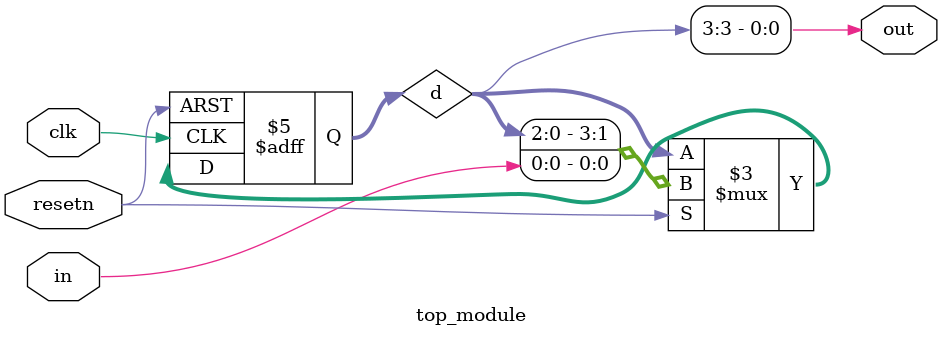
<source format=sv>
module top_module (
	input clk,
	input resetn,
	input in,
	output out
);

  reg [3:0] d;

  always @(posedge clk or negedge resetn) begin
    if (!resetn) begin
      d <= 4'b0;
    end else if (resetn) begin
      d <= {d[2:0], in};
    end
  end

  assign out = d[3];

endmodule

</source>
